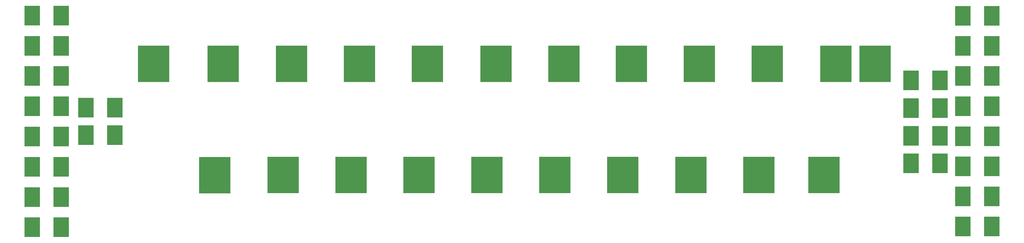
<source format=gbr>
G04 EAGLE Gerber RS-274X export*
G75*
%MOMM*%
%FSLAX34Y34*%
%LPD*%
%INSolderpaste Top*%
%IPPOS*%
%AMOC8*
5,1,8,0,0,1.08239X$1,22.5*%
G01*
%ADD10R,11.303000X13.208000*%
%ADD11R,5.600000X7.230000*%


D10*
X2675890Y-228600D03*
X1546860Y-228600D03*
X1513840Y-632460D03*
X1300480Y-228600D03*
X1267460Y-632460D03*
X1051560Y-228600D03*
X1021080Y-632460D03*
X805180Y-228600D03*
X774700Y-632460D03*
X558800Y-228600D03*
X528320Y-632460D03*
X2533650Y-228600D03*
X311150Y-228600D03*
X280670Y-633730D03*
X58420Y-228600D03*
X2490470Y-632460D03*
X2284730Y-228600D03*
X2254250Y-632460D03*
X2038350Y-228600D03*
X2007870Y-632460D03*
X1791970Y-228600D03*
X1760220Y-632460D03*
D11*
X2994357Y-163906D03*
X3099357Y-163906D03*
X2994357Y-273169D03*
X3099357Y-273169D03*
X2994357Y-710219D03*
X3099357Y-710219D03*
X2994357Y-382431D03*
X3099357Y-382431D03*
X2994357Y-600956D03*
X3099357Y-600956D03*
X2805762Y-490146D03*
X2910762Y-490146D03*
X2994357Y-491694D03*
X3099357Y-491694D03*
X2994357Y-54644D03*
X3099357Y-54644D03*
X2994357Y-819481D03*
X3099357Y-819481D03*
X2805762Y-289213D03*
X2910762Y-289213D03*
X2805762Y-590613D03*
X2910762Y-590613D03*
X2805762Y-389680D03*
X2910762Y-389680D03*
X-81866Y-487715D03*
X-186866Y-487715D03*
X-277065Y-383064D03*
X-382065Y-383064D03*
X-277065Y-602843D03*
X-382065Y-602843D03*
X-277065Y-163286D03*
X-382065Y-163286D03*
X-277065Y-712732D03*
X-382065Y-712732D03*
X-277065Y-53397D03*
X-382065Y-53397D03*
X-277065Y-822621D03*
X-382065Y-822621D03*
X-81866Y-388049D03*
X-186866Y-388049D03*
X-277065Y-492954D03*
X-382065Y-492954D03*
X-277065Y-273175D03*
X-382065Y-273175D03*
M02*

</source>
